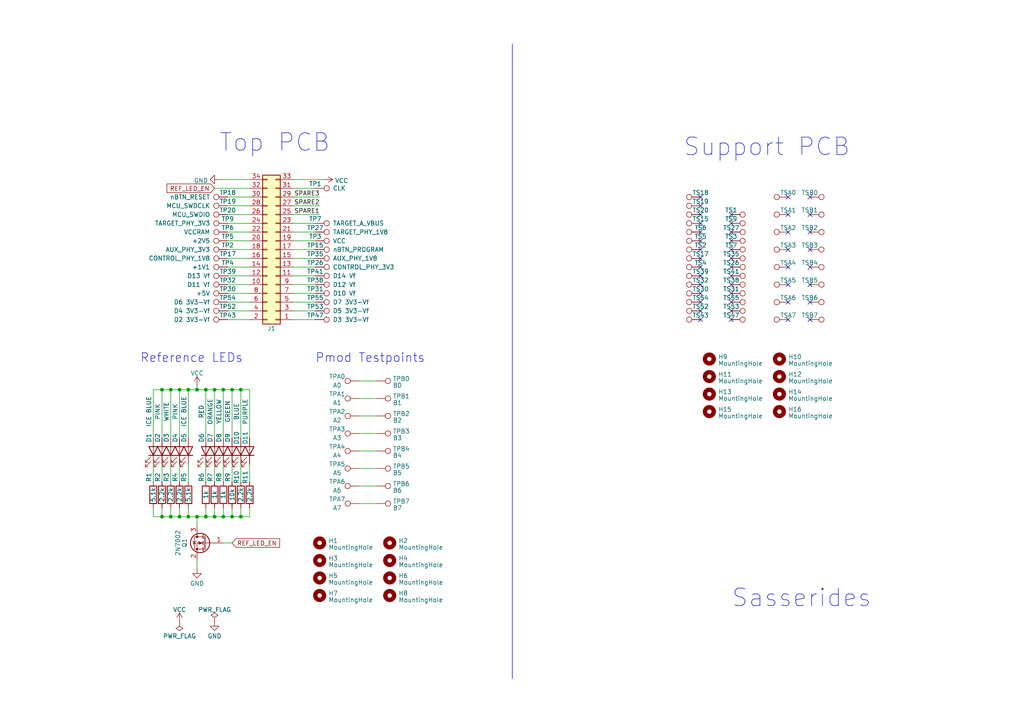
<source format=kicad_sch>
(kicad_sch (version 20230121) (generator eeschema)
  (paper "A4")
  (title_block (title "Sasserides") (date "${DATE}") (rev "${VERSION}") (company "Copyright 2023 Great Scott Gadgets") (comment 1 "Licensed under the CERN-OHL-P v2"))
  (junction (at 49.53 113.03))
  (junction (at 64.77 149.86))
  (junction (at 46.99 149.86))
  (junction (at 52.07 149.86))
  (junction (at 54.61 149.86))
  (junction (at 64.77 113.03))
  (junction (at 59.69 149.86))
  (junction (at 69.85 113.03))
  (junction (at 59.69 113.03))
  (junction (at 62.23 149.86))
  (junction (at 69.85 149.86))
  (junction (at 57.15 113.03))
  (junction (at 52.07 113.03))
  (junction (at 54.61 113.03))
  (junction (at 67.31 113.03))
  (junction (at 46.99 113.03))
  (junction (at 49.53 149.86))
  (junction (at 57.15 149.86))
  (junction (at 62.23 113.03))
  (junction (at 67.31 149.86))
  (no_connect (at 228.6 77.47))
  (no_connect (at 228.6 82.55))
  (no_connect (at 212.09 69.85))
  (no_connect (at 203.2 90.17))
  (no_connect (at 212.09 90.17))
  (no_connect (at 212.09 80.01))
  (no_connect (at 234.95 72.39))
  (no_connect (at 203.2 59.69))
  (no_connect (at 212.09 64.77))
  (no_connect (at 203.2 92.71))
  (no_connect (at 228.6 72.39))
  (no_connect (at 203.2 67.31))
  (no_connect (at 212.09 62.23))
  (no_connect (at 212.09 92.71))
  (no_connect (at 203.2 72.39))
  (no_connect (at 203.2 64.77))
  (no_connect (at 212.09 82.55))
  (no_connect (at 203.2 69.85))
  (no_connect (at 212.09 67.31))
  (no_connect (at 234.95 82.55))
  (no_connect (at 203.2 85.09))
  (no_connect (at 212.09 77.47))
  (no_connect (at 234.95 77.47))
  (no_connect (at 234.95 87.63))
  (no_connect (at 234.95 57.15))
  (no_connect (at 212.09 72.39))
  (no_connect (at 203.2 82.55))
  (no_connect (at 228.6 67.31))
  (no_connect (at 228.6 87.63))
  (no_connect (at 203.2 77.47))
  (no_connect (at 228.6 62.23))
  (no_connect (at 203.2 57.15))
  (no_connect (at 234.95 62.23))
  (no_connect (at 203.2 87.63))
  (no_connect (at 212.09 87.63))
  (no_connect (at 234.95 92.71))
  (no_connect (at 212.09 74.93))
  (no_connect (at 228.6 92.71))
  (no_connect (at 212.09 85.09))
  (no_connect (at 203.2 62.23))
  (no_connect (at 203.2 74.93))
  (no_connect (at 234.95 67.31))
  (no_connect (at 203.2 80.01))
  (no_connect (at 228.6 57.15))
  (wire (pts (xy 49.53 147.32) (xy 49.53 149.86)))
  (wire (pts (xy 46.99 149.86) (xy 49.53 149.86)))
  (wire (pts (xy 49.53 113.03) (xy 46.99 113.03)))
  (wire (pts (xy 62.23 127) (xy 62.23 113.03)))
  (wire (pts (xy 85.09 85.09) (xy 91.44 85.09)))
  (wire (pts (xy 85.09 92.71) (xy 91.44 92.71)))
  (wire (pts (xy 57.15 111.76) (xy 57.15 113.03)))
  (wire (pts (xy 66.04 59.69) (xy 72.39 59.69)))
  (wire (pts (xy 46.99 147.32) (xy 46.99 149.86)))
  (wire (pts (xy 44.45 134.62) (xy 44.45 139.7)))
  (wire (pts (xy 52.07 149.86) (xy 54.61 149.86)))
  (wire (pts (xy 52.07 139.7) (xy 52.07 134.62)))
  (wire (pts (xy 62.23 149.86) (xy 59.69 149.86)))
  (wire (pts (xy 66.04 69.85) (xy 72.39 69.85)))
  (wire (pts (xy 49.53 134.62) (xy 49.53 139.7)))
  (wire (pts (xy 66.04 67.31) (xy 72.39 67.31)))
  (wire (pts (xy 66.04 77.47) (xy 72.39 77.47)))
  (wire (pts (xy 72.39 134.62) (xy 72.39 139.7)))
  (wire (pts (xy 104.14 130.81) (xy 109.22 130.81)))
  (wire (pts (xy 85.09 77.47) (xy 91.44 77.47)))
  (wire (pts (xy 67.31 134.62) (xy 67.31 139.7)))
  (wire (pts (xy 85.09 54.61) (xy 91.44 54.61)))
  (wire (pts (xy 104.14 120.65) (xy 109.22 120.65)))
  (wire (pts (xy 85.09 80.01) (xy 91.44 80.01)))
  (wire (pts (xy 54.61 139.7) (xy 54.61 134.62)))
  (wire (pts (xy 66.04 64.77) (xy 72.39 64.77)))
  (wire (pts (xy 104.14 115.57) (xy 109.22 115.57)))
  (wire (pts (xy 85.09 74.93) (xy 91.44 74.93)))
  (wire (pts (xy 57.15 113.03) (xy 59.69 113.03)))
  (wire (pts (xy 62.23 113.03) (xy 64.77 113.03)))
  (wire (pts (xy 85.09 67.31) (xy 91.44 67.31)))
  (wire (pts (xy 85.09 90.17) (xy 91.44 90.17)))
  (wire (pts (xy 85.09 59.69) (xy 92.71 59.69)))
  (wire (pts (xy 69.85 149.86) (xy 67.31 149.86)))
  (wire (pts (xy 69.85 147.32) (xy 69.85 149.86)))
  (wire (pts (xy 72.39 149.86) (xy 69.85 149.86)))
  (wire (pts (xy 59.69 147.32) (xy 59.69 149.86)))
  (wire (pts (xy 104.14 140.97) (xy 109.22 140.97)))
  (wire (pts (xy 104.14 110.49) (xy 109.22 110.49)))
  (wire (pts (xy 54.61 113.03) (xy 57.15 113.03)))
  (wire (pts (xy 66.04 74.93) (xy 72.39 74.93)))
  (wire (pts (xy 66.04 92.71) (xy 72.39 92.71)))
  (wire (pts (xy 44.45 147.32) (xy 44.45 149.86)))
  (wire (pts (xy 85.09 69.85) (xy 91.44 69.85)))
  (wire (pts (xy 66.04 82.55) (xy 72.39 82.55)))
  (wire (pts (xy 85.09 72.39) (xy 91.44 72.39)))
  (wire (pts (xy 104.14 125.73) (xy 109.22 125.73)))
  (wire (pts (xy 85.09 82.55) (xy 91.44 82.55)))
  (wire (pts (xy 59.69 113.03) (xy 62.23 113.03)))
  (wire (pts (xy 52.07 147.32) (xy 52.07 149.86)))
  (wire (pts (xy 64.77 113.03) (xy 67.31 113.03)))
  (wire (pts (xy 85.09 62.23) (xy 92.71 62.23)))
  (wire (pts (xy 85.09 64.77) (xy 91.44 64.77)))
  (wire (pts (xy 59.69 134.62) (xy 59.69 139.7)))
  (wire (pts (xy 72.39 147.32) (xy 72.39 149.86)))
  (wire (pts (xy 54.61 113.03) (xy 52.07 113.03)))
  (wire (pts (xy 104.14 135.89) (xy 109.22 135.89)))
  (wire (pts (xy 69.85 127) (xy 69.85 113.03)))
  (wire (pts (xy 67.31 149.86) (xy 64.77 149.86)))
  (wire (pts (xy 69.85 113.03) (xy 67.31 113.03)))
  (wire (pts (xy 66.04 85.09) (xy 72.39 85.09)))
  (wire (pts (xy 72.39 113.03) (xy 72.39 127)))
  (wire (pts (xy 54.61 147.32) (xy 54.61 149.86)))
  (wire (pts (xy 69.85 134.62) (xy 69.85 139.7)))
  (wire (pts (xy 64.77 134.62) (xy 64.77 139.7)))
  (wire (pts (xy 66.04 62.23) (xy 72.39 62.23)))
  (wire (pts (xy 63.5 52.07) (xy 72.39 52.07)))
  (wire (pts (xy 57.15 149.86) (xy 57.15 152.4)))
  (wire (pts (xy 57.15 162.56) (xy 57.15 165.1)))
  (wire (pts (xy 62.23 134.62) (xy 62.23 139.7)))
  (wire (pts (xy 67.31 147.32) (xy 67.31 149.86)))
  (wire (pts (xy 72.39 113.03) (xy 69.85 113.03)))
  (wire (pts (xy 54.61 149.86) (xy 57.15 149.86)))
  (wire (pts (xy 66.04 57.15) (xy 72.39 57.15)))
  (wire (pts (xy 85.09 57.15) (xy 92.71 57.15)))
  (wire (pts (xy 66.04 80.01) (xy 72.39 80.01)))
  (wire (pts (xy 64.77 147.32) (xy 64.77 149.86)))
  (polyline (pts (xy 148.59 12.7) (xy 148.59 196.85)))
  (wire (pts (xy 85.09 87.63) (xy 91.44 87.63)))
  (wire (pts (xy 66.04 87.63) (xy 72.39 87.63)))
  (wire (pts (xy 52.07 127) (xy 52.07 113.03)))
  (wire (pts (xy 44.45 127) (xy 44.45 113.03)))
  (wire (pts (xy 66.04 90.17) (xy 72.39 90.17)))
  (wire (pts (xy 52.07 113.03) (xy 49.53 113.03)))
  (wire (pts (xy 46.99 139.7) (xy 46.99 134.62)))
  (wire (pts (xy 64.77 127) (xy 64.77 113.03)))
  (wire (pts (xy 67.31 157.48) (xy 64.77 157.48)))
  (wire (pts (xy 62.23 54.61) (xy 72.39 54.61)))
  (wire (pts (xy 46.99 113.03) (xy 44.45 113.03)))
  (wire (pts (xy 85.09 52.07) (xy 93.98 52.07)))
  (wire (pts (xy 44.45 149.86) (xy 46.99 149.86)))
  (wire (pts (xy 49.53 149.86) (xy 52.07 149.86)))
  (wire (pts (xy 104.14 146.05) (xy 109.22 146.05)))
  (wire (pts (xy 57.15 149.86) (xy 59.69 149.86)))
  (wire (pts (xy 49.53 127) (xy 49.53 113.03)))
  (wire (pts (xy 46.99 127) (xy 46.99 113.03)))
  (wire (pts (xy 59.69 127) (xy 59.69 113.03)))
  (wire (pts (xy 66.04 72.39) (xy 72.39 72.39)))
  (wire (pts (xy 54.61 127) (xy 54.61 113.03)))
  (wire (pts (xy 62.23 147.32) (xy 62.23 149.86)))
  (wire (pts (xy 67.31 127) (xy 67.31 113.03)))
  (wire (pts (xy 64.77 149.86) (xy 62.23 149.86)))
  (text "Reference LEDs" (at 40.64 105.41 0) (effects (font (size 2.54 2.54)) (justify left bottom)))
  (text "Sasserides" (at 212.09 176.53 0) (effects (font (size 5.08 5.08)) (justify left bottom)))
  (text "Top PCB" (at 63.5 44.45 0) (effects (font (size 5.08 5.08)) (justify left bottom)))
  (text "Support PCB" (at 198.12 45.72 0) (effects (font (size 5.08 5.08)) (justify left bottom)))
  (text "Pmod Testpoints" (at 91.44 105.41 0) (effects (font (size 2.54 2.54)) (justify left bottom)))
  (label "SPARE2" (at 92.71 59.69 180))
  (label "SPARE3" (at 92.71 57.15 180))
  (label "SPARE1" (at 92.71 62.23 180))
  (global_label "REF_LED_EN" (shape input) (at 67.31 157.48 0) (property "Intersheetrefs" "${INTERSHEET_REFS}" (effects hide)))
  (global_label "REF_LED_EN" (shape input) (at 62.23 54.61 180) (property "Intersheetrefs" "${INTERSHEET_REFS}" (effects hide)))
  (symbol (lib_id "Connector:TestPoint") (at 203.2 59.69 90) (unit 1)
    (property "Reference" "TS19" (at 203.2 58.42 90))
    (property "Value" "MCU_SWDCLK" (effects hide))
    (property "Footprint" "tycho:HEADER-1x1-TESTPROBE" (effects hide))
    (property "Manufacturer" "Harwin Inc." (effects hide))
    (property "Part Number" "S25-512" (effects hide))
    (property "Description" "SPRING PROBE SLEEVE" (effects hide))
  )
  (symbol (lib_id "power:PWR_FLAG") (at 62.23 180.34 0) (unit 1)
    (property "Reference" "#FLG01" (effects hide))
    (property "Value" "PWR_FLAG" (at 62.23 176.8381 0))
  )
  (symbol (lib_id "Connector:TestPoint") (at 91.44 92.71 270) (mirror x) (unit 1)
    (property "Reference" "TP47" (at 91.44 91.44 90))
    (property "Value" "D3 3V3-Vf" (at 96.52 92.71 90) (effects (justify left)))
    (property "Footprint" "tycho:HEADER-1x1-TESTPROBE" (effects hide))
    (property "Manufacturer" "Harwin Inc." (effects hide))
    (property "Part Number" "S25-512" (effects hide))
    (property "Description" "SPRING PROBE SLEEVE" (effects hide))
  )
  (symbol (lib_id "Connector:TestPoint") (at 104.14 110.49 90) (unit 1)
    (property "Reference" "TPA0" (at 97.79 109.22 90))
    (property "Value" "A0" (at 97.79 111.76 90))
    (property "Footprint" "tycho:HEADER-1x1-TESTPROBE" (effects hide))
    (property "Manufacturer" "Harwin Inc." (effects hide))
    (property "Part Number" "S25-512" (effects hide))
    (property "Description" "SPRING PROBE SLEEVE" (effects hide))
  )
  (symbol (lib_id "Device:LED") (at 64.77 130.81 270) (mirror x) (unit 1)
    (property "Reference" "D8" (at 63.5 127 0))
    (property "Value" "YELLOW" (at 63.5 119.38 0))
    (property "Footprint" "LED_SMD:LED_0603_1608Metric_Pad1.05x0.95mm_HandSolder" (effects hide))
    (property "Part Number" "E6C0603UYAC1UDA" (effects hide))
    (property "Manufacturer" "EKINGLUX" (effects hide))
    (property "Description" "LED SMD 0603 YELLOW" (effects hide))
  )
  (symbol (lib_id "Connector_Generic:Conn_02x17_Odd_Even") (at 80.01 72.39 180) (unit 1)
    (property "Reference" "J1" (at 78.74 95.25 0))
    (property "Value" "Conn_02x16_Odd_Even" (effects hide))
    (property "Footprint" "Connector_PinHeader_2.54mm:PinHeader_2x17_P2.54mm_Vertical" (effects hide))
    (property "Manufacturer" "On Shore Technology Inc." (effects hide))
    (property "Part Number" "302-S341" (effects hide))
    (property "Description" "CONN HEADER VERT 34POS 2.54MM" (effects hide))
  )
  (symbol (lib_id "Connector:TestPoint") (at 91.44 74.93 270) (mirror x) (unit 1)
    (property "Reference" "TP35" (at 91.44 73.66 90))
    (property "Value" "AUX_PHY_1V8" (at 96.52 74.93 90) (effects (justify left)))
    (property "Footprint" "tycho:HEADER-1x1-TESTPROBE" (effects hide))
    (property "Manufacturer" "Harwin Inc." (effects hide))
    (property "Part Number" "S25-512" (effects hide))
    (property "Description" "SPRING PROBE SLEEVE" (effects hide))
  )
  (symbol (lib_id "power:VCC") (at 52.07 180.34 0) (unit 1)
    (property "Reference" "#PWR06" (effects hide))
    (property "Value" "VCC" (at 52.07 176.8381 0))
  )
  (symbol (lib_id "Connector:TestPoint") (at 91.44 64.77 270) (mirror x) (unit 1)
    (property "Reference" "TP7" (at 91.44 63.5 90))
    (property "Value" "TARGET_A_VBUS" (at 96.52 64.77 90) (effects (justify left)))
    (property "Footprint" "tycho:HEADER-1x1-TESTPROBE" (effects hide))
    (property "Manufacturer" "Harwin Inc." (effects hide))
    (property "Part Number" "S25-512" (effects hide))
    (property "Description" "SPRING PROBE SLEEVE" (effects hide))
  )
  (symbol (lib_id "power:PWR_FLAG") (at 52.07 180.34 180) (unit 1)
    (property "Reference" "#FLG02" (effects hide))
    (property "Value" "PWR_FLAG" (at 52.07 184.4755 0))
  )
  (symbol (lib_id "Mechanical:MountingHole") (at 205.74 114.3 0) (unit 1)
    (property "Reference" "H13" (at 208.28 113.6563 0) (effects (justify left)))
    (property "Value" "MountingHole" (at 208.28 115.5773 0) (effects (justify left)))
    (property "Footprint" "MountingHole:MountingHole_2.2mm_M2" (effects hide))
  )
  (symbol (lib_id "Connector:TestPoint") (at 91.44 54.61 270) (mirror x) (unit 1)
    (property "Reference" "TP1" (at 91.44 53.34 90))
    (property "Value" "CLK" (at 96.52 54.61 90) (effects (justify left)))
    (property "Footprint" "tycho:HEADER-1x1-TESTPROBE" (effects hide))
    (property "Manufacturer" "Harwin Inc." (effects hide))
    (property "Part Number" "S25-512" (effects hide))
    (property "Description" "SPRING PROBE SLEEVE" (effects hide))
  )
  (symbol (lib_id "Device:LED") (at 52.07 130.81 270) (mirror x) (unit 1)
    (property "Reference" "D4" (at 50.8 127 0))
    (property "Value" "PINK" (at 50.8 119.38 0))
    (property "Footprint" "LED_SMD:LED_0603_1608Metric_Pad1.05x0.95mm_HandSolder" (effects hide))
    (property "Part Number" "OSK40603C1E" (effects hide))
    (property "Manufacturer" "OptoSupply" (effects hide))
    (property "Description" "LED SMD 0603 PINK" (effects hide))
  )
  (symbol (lib_id "Connector:TestPoint") (at 66.04 57.15 90) (unit 1)
    (property "Reference" "TP18" (at 66.04 55.88 90))
    (property "Value" "nBTN_RESET" (at 60.96 57.15 90) (effects (justify left)))
    (property "Footprint" "tycho:HEADER-1x1-TESTPROBE" (effects hide))
    (property "Manufacturer" "Harwin Inc." (effects hide))
    (property "Part Number" "S25-512" (effects hide))
    (property "Description" "SPRING PROBE SLEEVE" (effects hide))
  )
  (symbol (lib_id "Connector:TestPoint") (at 66.04 59.69 90) (unit 1)
    (property "Reference" "TP19" (at 66.04 58.42 90))
    (property "Value" "MCU_SWDCLK" (at 60.96 59.69 90) (effects (justify left)))
    (property "Footprint" "tycho:HEADER-1x1-TESTPROBE" (effects hide))
    (property "Manufacturer" "Harwin Inc." (effects hide))
    (property "Part Number" "S25-512" (effects hide))
    (property "Description" "SPRING PROBE SLEEVE" (effects hide))
  )
  (symbol (lib_id "Connector:TestPoint") (at 212.09 67.31 270) (mirror x) (unit 1)
    (property "Reference" "TS27" (at 212.09 66.04 90))
    (property "Value" "TARGET_PHY_1V8" (effects hide))
    (property "Footprint" "tycho:HEADER-1x1-TESTPROBE" (effects hide))
    (property "Manufacturer" "Harwin Inc." (effects hide))
    (property "Part Number" "S25-512" (effects hide))
    (property "Description" "SPRING PROBE SLEEVE" (effects hide))
  )
  (symbol (lib_id "Connector:TestPoint") (at 109.22 110.49 270) (unit 1)
    (property "Reference" "TPB0" (at 113.919 109.8463 90) (effects (justify left)))
    (property "Value" "B0" (at 113.919 111.7673 90) (effects (justify left)))
    (property "Footprint" "tycho:HEADER-1x1-TESTPROBE" (effects hide))
    (property "Manufacturer" "Harwin Inc." (effects hide))
    (property "Part Number" "S25-512" (effects hide))
    (property "Description" "SPRING PROBE SLEEVE" (effects hide))
  )
  (symbol (lib_id "Connector:TestPoint") (at 66.04 82.55 90) (unit 1)
    (property "Reference" "TP32" (at 66.04 81.28 90))
    (property "Value" "D11 Vf" (at 60.96 82.55 90) (effects (justify left)))
    (property "Footprint" "tycho:HEADER-1x1-TESTPROBE" (effects hide))
    (property "Manufacturer" "Harwin Inc." (effects hide))
    (property "Part Number" "S25-512" (effects hide))
    (property "Description" "SPRING PROBE SLEEVE" (effects hide))
  )
  (symbol (lib_id "Device:LED") (at 69.85 130.81 270) (mirror x) (unit 1)
    (property "Reference" "D10" (at 68.58 127 0))
    (property "Value" "BLUE" (at 68.58 119.38 0))
    (property "Footprint" "LED_SMD:LED_0603_1608Metric_Pad1.05x0.95mm_HandSolder" (effects hide))
    (property "Part Number" "ORH-B36G" (effects hide))
    (property "Manufacturer" "Orient" (effects hide))
    (property "Description" "LED SMD 0603 BLUE" (effects hide))
  )
  (symbol (lib_id "Mechanical:MountingHole") (at 205.74 109.22 0) (unit 1)
    (property "Reference" "H11" (at 208.28 108.5763 0) (effects (justify left)))
    (property "Value" "MountingHole" (at 208.28 110.4973 0) (effects (justify left)))
    (property "Footprint" "MountingHole:MountingHole_3.2mm_M3" (effects hide))
  )
  (symbol (lib_id "Mechanical:MountingHole") (at 113.03 157.48 0) (unit 1)
    (property "Reference" "H2" (at 115.57 156.8363 0) (effects (justify left)))
    (property "Value" "MountingHole" (at 115.57 158.7573 0) (effects (justify left)))
    (property "Footprint" "MountingHole:MountingHole_3.2mm_M3" (effects hide))
  )
  (symbol (lib_id "Connector:TestPoint") (at 104.14 125.73 90) (unit 1)
    (property "Reference" "TPA3" (at 97.79 124.46 90))
    (property "Value" "A3" (at 97.79 127 90))
    (property "Footprint" "tycho:HEADER-1x1-TESTPROBE" (effects hide))
    (property "Manufacturer" "Harwin Inc." (effects hide))
    (property "Part Number" "S25-512" (effects hide))
    (property "Description" "SPRING PROBE SLEEVE" (effects hide))
  )
  (symbol (lib_id "Device:R") (at 52.07 143.51 0) (mirror x) (unit 1)
    (property "Reference" "R4" (at 50.8 138.43 90))
    (property "Value" "2.2k" (at 52.07 143.51 90))
    (property "Footprint" "Resistor_SMD:R_0402_1005Metric" (effects hide))
    (property "Part Number" "RC0402JR-072K2L" (effects hide))
    (property "Substitution" "any equivalent" (effects hide))
    (property "Description" "RES 2.2K OHM 5% 1/16W 0402" (effects hide))
    (property "Manufacturer" "Yageo" (effects hide))
  )
  (symbol (lib_id "Device:R") (at 59.69 143.51 0) (unit 1)
    (property "Reference" "R6" (at 58.42 138.43 90))
    (property "Value" "1k" (at 59.69 143.51 90))
    (property "Footprint" "Resistor_SMD:R_0402_1005Metric" (effects hide))
    (property "Part Number" "RC0402JR-071KL" (effects hide))
    (property "Substitution" "any equivalent" (effects hide))
    (property "Description" "RES 1K OHM 5% 1/16W 0402" (effects hide))
    (property "Manufacturer" "Yageo" (effects hide))
  )
  (symbol (lib_id "Connector:TestPoint") (at 109.22 120.65 270) (unit 1)
    (property "Reference" "TPB2" (at 113.919 120.0063 90) (effects (justify left)))
    (property "Value" "B2" (at 113.919 121.9273 90) (effects (justify left)))
    (property "Footprint" "tycho:HEADER-1x1-TESTPROBE" (effects hide))
    (property "Manufacturer" "Harwin Inc." (effects hide))
    (property "Part Number" "S25-512" (effects hide))
    (property "Description" "SPRING PROBE SLEEVE" (effects hide))
  )
  (symbol (lib_id "Connector:TestPoint") (at 203.2 72.39 90) (unit 1)
    (property "Reference" "TS2" (at 203.2 71.12 90))
    (property "Value" "AUX_PHY_3V3" (effects hide))
    (property "Footprint" "tycho:HEADER-1x1-TESTPROBE" (effects hide))
    (property "Manufacturer" "Harwin Inc." (effects hide))
    (property "Part Number" "S25-512" (effects hide))
    (property "Description" "SPRING PROBE SLEEVE" (effects hide))
  )
  (symbol (lib_id "power:GND") (at 63.5 52.07 270) (unit 1)
    (property "Reference" "#PWR01" (effects hide))
    (property "Value" "GND" (at 60.3251 52.3868 90) (effects (justify right)))
  )
  (symbol (lib_id "Mechanical:MountingHole") (at 226.06 114.3 0) (unit 1)
    (property "Reference" "H14" (at 228.6 113.6563 0) (effects (justify left)))
    (property "Value" "MountingHole" (at 228.6 115.5773 0) (effects (justify left)))
    (property "Footprint" "MountingHole:MountingHole_2.2mm_M2" (effects hide))
  )
  (symbol (lib_id "Connector:TestPoint") (at 203.2 82.55 90) (unit 1)
    (property "Reference" "TS32" (at 203.2 81.28 90))
    (property "Value" "D11 Vf" (effects hide))
    (property "Footprint" "tycho:HEADER-1x1-TESTPROBE" (effects hide))
    (property "Manufacturer" "Harwin Inc." (effects hide))
    (property "Part Number" "S25-512" (effects hide))
    (property "Description" "SPRING PROBE SLEEVE" (effects hide))
  )
  (symbol (lib_id "Connector:TestPoint") (at 66.04 92.71 90) (unit 1)
    (property "Reference" "TP43" (at 66.04 91.44 90))
    (property "Value" "D2 3V3-Vf" (at 60.96 92.71 90) (effects (justify left)))
    (property "Footprint" "tycho:HEADER-1x1-TESTPROBE" (effects hide))
    (property "Manufacturer" "Harwin Inc." (effects hide))
    (property "Part Number" "S25-512" (effects hide))
    (property "Description" "SPRING PROBE SLEEVE" (effects hide))
  )
  (symbol (lib_id "Connector:TestPoint") (at 91.44 67.31 270) (mirror x) (unit 1)
    (property "Reference" "TP27" (at 91.44 66.04 90))
    (property "Value" "TARGET_PHY_1V8" (at 96.52 67.31 90) (effects (justify left)))
    (property "Footprint" "tycho:HEADER-1x1-TESTPROBE" (effects hide))
    (property "Manufacturer" "Harwin Inc." (effects hide))
    (property "Part Number" "S25-512" (effects hide))
    (property "Description" "SPRING PROBE SLEEVE" (effects hide))
  )
  (symbol (lib_id "Connector:TestPoint") (at 228.6 72.39 90) (unit 1)
    (property "Reference" "TSA3" (at 228.6 71.12 90))
    (property "Value" "A3" (effects hide))
    (property "Footprint" "tycho:HEADER-1x1-TESTPROBE" (effects hide))
    (property "Manufacturer" "Harwin Inc." (effects hide))
    (property "Part Number" "S25-512" (effects hide))
    (property "Description" "SPRING PROBE SLEEVE" (effects hide))
  )
  (symbol (lib_id "Connector:TestPoint") (at 91.44 69.85 270) (mirror x) (unit 1)
    (property "Reference" "TP3" (at 91.44 68.58 90))
    (property "Value" "VCC" (at 96.52 69.85 90) (effects (justify left)))
    (property "Footprint" "tycho:HEADER-1x1-TESTPROBE" (effects hide))
    (property "Manufacturer" "Harwin Inc." (effects hide))
    (property "Part Number" "S25-512" (effects hide))
    (property "Description" "SPRING PROBE SLEEVE" (effects hide))
  )
  (symbol (lib_id "Connector:TestPoint") (at 203.2 62.23 90) (unit 1)
    (property "Reference" "TS20" (at 203.2 60.96 90))
    (property "Value" "nBTN_RESET" (effects hide))
    (property "Footprint" "tycho:HEADER-1x1-TESTPROBE" (effects hide))
    (property "Manufacturer" "Harwin Inc." (effects hide))
    (property "Part Number" "S25-512" (effects hide))
    (property "Description" "SPRING PROBE SLEEVE" (effects hide))
  )
  (symbol (lib_id "Connector:TestPoint") (at 203.2 69.85 90) (unit 1)
    (property "Reference" "TS5" (at 203.2 68.58 90))
    (property "Value" "+2V5" (effects hide))
    (property "Footprint" "tycho:HEADER-1x1-TESTPROBE" (effects hide))
    (property "Manufacturer" "Harwin Inc." (effects hide))
    (property "Part Number" "S25-512" (effects hide))
    (property "Description" "SPRING PROBE SLEEVE" (effects hide))
  )
  (symbol (lib_id "Connector:TestPoint") (at 228.6 82.55 90) (unit 1)
    (property "Reference" "TSA5" (at 228.6 81.28 90))
    (property "Value" "A5" (effects hide))
    (property "Footprint" "tycho:HEADER-1x1-TESTPROBE" (effects hide))
    (property "Manufacturer" "Harwin Inc." (effects hide))
    (property "Part Number" "S25-512" (effects hide))
    (property "Description" "SPRING PROBE SLEEVE" (effects hide))
  )
  (symbol (lib_id "Device:R") (at 44.45 143.51 180) (unit 1)
    (property "Reference" "R1" (at 43.18 138.43 90))
    (property "Value" "5.1k" (at 44.45 143.51 90))
    (property "Footprint" "Resistor_SMD:R_0402_1005Metric" (effects hide))
    (property "Part Number" "RC0402JR-075K1L" (effects hide))
    (property "Substitution" "any equivalent" (effects hide))
    (property "Description" "RES 5.1K OHM 5% 1/16W 0402" (effects hide))
    (property "Manufacturer" "Yageo" (effects hide))
  )
  (symbol (lib_id "Connector:TestPoint") (at 104.14 115.57 90) (unit 1)
    (property "Reference" "TPA1" (at 97.79 114.3 90))
    (property "Value" "A1" (at 97.79 116.84 90))
    (property "Footprint" "tycho:HEADER-1x1-TESTPROBE" (effects hide))
    (property "Manufacturer" "Harwin Inc." (effects hide))
    (property "Part Number" "S25-512" (effects hide))
    (property "Description" "SPRING PROBE SLEEVE" (effects hide))
  )
  (symbol (lib_id "Connector:TestPoint") (at 234.95 92.71 270) (unit 1)
    (property "Reference" "TSB7" (at 232.41 91.44 90) (effects (justify left)))
    (property "Value" "B7" (effects hide))
    (property "Footprint" "tycho:HEADER-1x1-TESTPROBE" (effects hide))
    (property "Manufacturer" "Harwin Inc." (effects hide))
    (property "Part Number" "S25-512" (effects hide))
    (property "Description" "SPRING PROBE SLEEVE" (effects hide))
  )
  (symbol (lib_id "Connector:TestPoint") (at 203.2 92.71 90) (unit 1)
    (property "Reference" "TS43" (at 203.2 91.44 90))
    (property "Value" "D2 3V3-Vf" (effects hide))
    (property "Footprint" "tycho:HEADER-1x1-TESTPROBE" (effects hide))
    (property "Manufacturer" "Harwin Inc." (effects hide))
    (property "Part Number" "S25-512" (effects hide))
    (property "Description" "SPRING PROBE SLEEVE" (effects hide))
  )
  (symbol (lib_id "Connector:TestPoint") (at 66.04 62.23 90) (unit 1)
    (property "Reference" "TP20" (at 66.04 60.96 90))
    (property "Value" "MCU_SWDIO" (at 60.96 62.23 90) (effects (justify left)))
    (property "Footprint" "tycho:HEADER-1x1-TESTPROBE" (effects hide))
    (property "Manufacturer" "Harwin Inc." (effects hide))
    (property "Part Number" "S25-512" (effects hide))
    (property "Description" "SPRING PROBE SLEEVE" (effects hide))
  )
  (symbol (lib_id "Connector:TestPoint") (at 228.6 62.23 90) (unit 1)
    (property "Reference" "TSA1" (at 228.6 60.96 90))
    (property "Value" "A1" (effects hide))
    (property "Footprint" "tycho:HEADER-1x1-TESTPROBE" (effects hide))
    (property "Manufacturer" "Harwin Inc." (effects hide))
    (property "Part Number" "S25-512" (effects hide))
    (property "Description" "SPRING PROBE SLEEVE" (effects hide))
  )
  (symbol (lib_id "Connector:TestPoint") (at 212.09 64.77 270) (mirror x) (unit 1)
    (property "Reference" "TS9" (at 212.09 63.5 90))
    (property "Value" "TARGET_PHY_3V3" (effects hide))
    (property "Footprint" "tycho:HEADER-1x1-TESTPROBE" (effects hide))
    (property "Manufacturer" "Harwin Inc." (effects hide))
    (property "Part Number" "S25-512" (effects hide))
    (property "Description" "SPRING PROBE SLEEVE" (effects hide))
  )
  (symbol (lib_id "Device:R") (at 54.61 143.51 180) (unit 1)
    (property "Reference" "R5" (at 53.34 138.43 90))
    (property "Value" "5.1k" (at 54.61 143.51 90))
    (property "Footprint" "Resistor_SMD:R_0402_1005Metric" (effects hide))
    (property "Part Number" "RC0402JR-075K1L" (effects hide))
    (property "Substitution" "any equivalent" (effects hide))
    (property "Description" "RES 5.1K OHM 5% 1/16W 0402" (effects hide))
    (property "Manufacturer" "Yageo" (effects hide))
  )
  (symbol (lib_id "Connector:TestPoint") (at 212.09 90.17 270) (mirror x) (unit 1)
    (property "Reference" "TS53" (at 212.09 88.9 90))
    (property "Value" "D5 3V3-Vf" (effects hide))
    (property "Footprint" "tycho:HEADER-1x1-TESTPROBE" (effects hide))
    (property "Manufacturer" "Harwin Inc." (effects hide))
    (property "Part Number" "S25-512" (effects hide))
    (property "Description" "SPRING PROBE SLEEVE" (effects hide))
  )
  (symbol (lib_id "Connector:TestPoint") (at 203.2 74.93 90) (unit 1)
    (property "Reference" "TS17" (at 203.2 73.66 90))
    (property "Value" "CONTROL_PHY_1V8" (effects hide))
    (property "Footprint" "tycho:HEADER-1x1-TESTPROBE" (effects hide))
    (property "Manufacturer" "Harwin Inc." (effects hide))
    (property "Part Number" "S25-512" (effects hide))
    (property "Description" "SPRING PROBE SLEEVE" (effects hide))
  )
  (symbol (lib_id "Connector:TestPoint") (at 212.09 82.55 270) (mirror x) (unit 1)
    (property "Reference" "TS38" (at 212.09 81.28 90))
    (property "Value" "D12 Vf" (effects hide))
    (property "Footprint" "tycho:HEADER-1x1-TESTPROBE" (effects hide))
    (property "Manufacturer" "Harwin Inc." (effects hide))
    (property "Part Number" "S25-512" (effects hide))
    (property "Description" "SPRING PROBE SLEEVE" (effects hide))
  )
  (symbol (lib_id "Mechanical:MountingHole") (at 226.06 119.38 0) (unit 1)
    (property "Reference" "H16" (at 228.6 118.7363 0) (effects (justify left)))
    (property "Value" "MountingHole" (at 228.6 120.6573 0) (effects (justify left)))
    (property "Footprint" "MountingHole:MountingHole_2.2mm_M2" (effects hide))
  )
  (symbol (lib_id "Connector:TestPoint") (at 104.14 135.89 90) (unit 1)
    (property "Reference" "TPA5" (at 97.79 134.62 90))
    (property "Value" "A5" (at 97.79 137.16 90))
    (property "Footprint" "tycho:HEADER-1x1-TESTPROBE" (effects hide))
    (property "Manufacturer" "Harwin Inc." (effects hide))
    (property "Part Number" "S25-512" (effects hide))
    (property "Description" "SPRING PROBE SLEEVE" (effects hide))
  )
  (symbol (lib_id "Device:R") (at 64.77 143.51 0) (unit 1)
    (property "Reference" "R8" (at 63.5 138.43 90))
    (property "Value" "1k" (at 64.77 143.51 90))
    (property "Footprint" "Resistor_SMD:R_0402_1005Metric" (effects hide))
    (property "Part Number" "RC0402JR-071KL" (effects hide))
    (property "Substitution" "any equivalent" (effects hide))
    (property "Description" "RES 1K OHM 5% 1/16W 0402" (effects hide))
    (property "Manufacturer" "Yageo" (effects hide))
  )
  (symbol (lib_id "power:GND") (at 62.23 180.34 0) (unit 1)
    (property "Reference" "#PWR05" (effects hide))
    (property "Value" "GND" (at 62.23 184.4755 0))
  )
  (symbol (lib_id "Connector:TestPoint") (at 66.04 85.09 90) (unit 1)
    (property "Reference" "TP30" (at 66.04 83.82 90))
    (property "Value" "+5V" (at 60.96 85.09 90) (effects (justify left)))
    (property "Footprint" "tycho:HEADER-1x1-TESTPROBE" (effects hide))
    (property "Manufacturer" "Harwin Inc." (effects hide))
    (property "Part Number" "S25-512" (effects hide))
    (property "Description" "SPRING PROBE SLEEVE" (effects hide))
  )
  (symbol (lib_id "Connector:TestPoint") (at 66.04 77.47 90) (unit 1)
    (property "Reference" "TP4" (at 66.04 76.2 90))
    (property "Value" "+1V1" (at 60.96 77.47 90) (effects (justify left)))
    (property "Footprint" "tycho:HEADER-1x1-TESTPROBE" (effects hide))
    (property "Manufacturer" "Harwin Inc." (effects hide))
    (property "Part Number" "S25-512" (effects hide))
    (property "Description" "SPRING PROBE SLEEVE" (effects hide))
  )
  (symbol (lib_id "Connector:TestPoint") (at 234.95 67.31 270) (unit 1)
    (property "Reference" "TSB2" (at 232.41 66.04 90) (effects (justify left)))
    (property "Value" "B2" (effects hide))
    (property "Footprint" "tycho:HEADER-1x1-TESTPROBE" (effects hide))
    (property "Manufacturer" "Harwin Inc." (effects hide))
    (property "Part Number" "S25-512" (effects hide))
    (property "Description" "SPRING PROBE SLEEVE" (effects hide))
  )
  (symbol (lib_id "Connector:TestPoint") (at 104.14 120.65 90) (unit 1)
    (property "Reference" "TPA2" (at 97.79 119.38 90))
    (property "Value" "A2" (at 97.79 121.92 90))
    (property "Footprint" "tycho:HEADER-1x1-TESTPROBE" (effects hide))
    (property "Manufacturer" "Harwin Inc." (effects hide))
    (property "Part Number" "S25-512" (effects hide))
    (property "Description" "SPRING PROBE SLEEVE" (effects hide))
  )
  (symbol (lib_id "Connector:TestPoint") (at 212.09 87.63 270) (mirror x) (unit 1)
    (property "Reference" "TS55" (at 212.09 86.36 90))
    (property "Value" "D7 3V3-Vf" (effects hide))
    (property "Footprint" "tycho:HEADER-1x1-TESTPROBE" (effects hide))
    (property "Manufacturer" "Harwin Inc." (effects hide))
    (property "Part Number" "S25-512" (effects hide))
    (property "Description" "SPRING PROBE SLEEVE" (effects hide))
  )
  (symbol (lib_id "Connector:TestPoint") (at 91.44 90.17 270) (mirror x) (unit 1)
    (property "Reference" "TP53" (at 91.44 88.9 90))
    (property "Value" "D5 3V3-Vf" (at 96.52 90.17 90) (effects (justify left)))
    (property "Footprint" "tycho:HEADER-1x1-TESTPROBE" (effects hide))
    (property "Manufacturer" "Harwin Inc." (effects hide))
    (property "Part Number" "S25-512" (effects hide))
    (property "Description" "SPRING PROBE SLEEVE" (effects hide))
  )
  (symbol (lib_id "Mechanical:MountingHole") (at 205.74 119.38 0) (unit 1)
    (property "Reference" "H15" (at 208.28 118.7363 0) (effects (justify left)))
    (property "Value" "MountingHole" (at 208.28 120.6573 0) (effects (justify left)))
    (property "Footprint" "MountingHole:MountingHole_2.2mm_M2" (effects hide))
  )
  (symbol (lib_id "Mechanical:MountingHole") (at 92.71 167.64 0) (unit 1)
    (property "Reference" "H5" (at 95.25 166.9963 0) (effects (justify left)))
    (property "Value" "MountingHole" (at 95.25 168.9173 0) (effects (justify left)))
    (property "Footprint" "MountingHole:MountingHole_2.2mm_M2" (effects hide))
  )
  (symbol (lib_id "Connector:TestPoint") (at 91.44 80.01 270) (mirror x) (unit 1)
    (property "Reference" "TP41" (at 91.44 78.74 90))
    (property "Value" "D14 Vf" (at 96.52 80.01 90) (effects (justify left)))
    (property "Footprint" "tycho:HEADER-1x1-TESTPROBE" (effects hide))
    (property "Manufacturer" "Harwin Inc." (effects hide))
    (property "Part Number" "S25-512" (effects hide))
    (property "Description" "SPRING PROBE SLEEVE" (effects hide))
  )
  (symbol (lib_id "Connector:TestPoint") (at 109.22 135.89 270) (unit 1)
    (property "Reference" "TPB5" (at 113.919 135.2463 90) (effects (justify left)))
    (property "Value" "B5" (at 113.919 137.1673 90) (effects (justify left)))
    (property "Footprint" "tycho:HEADER-1x1-TESTPROBE" (effects hide))
    (property "Manufacturer" "Harwin Inc." (effects hide))
    (property "Part Number" "S25-512" (effects hide))
    (property "Description" "SPRING PROBE SLEEVE" (effects hide))
  )
  (symbol (lib_id "Connector:TestPoint") (at 66.04 80.01 90) (unit 1)
    (property "Reference" "TP39" (at 66.04 78.74 90))
    (property "Value" "D13 Vf" (at 60.96 80.01 90) (effects (justify left)))
    (property "Footprint" "tycho:HEADER-1x1-TESTPROBE" (effects hide))
    (property "Manufacturer" "Harwin Inc." (effects hide))
    (property "Part Number" "S25-512" (effects hide))
    (property "Description" "SPRING PROBE SLEEVE" (effects hide))
  )
  (symbol (lib_id "Connector:TestPoint") (at 66.04 64.77 90) (mirror x) (unit 1)
    (property "Reference" "TP9" (at 66.04 63.5 90))
    (property "Value" "TARGET_PHY_3V3" (at 60.96 64.77 90) (effects (justify left)))
    (property "Footprint" "tycho:HEADER-1x1-TESTPROBE" (effects hide))
    (property "Manufacturer" "Harwin Inc." (effects hide))
    (property "Part Number" "S25-512" (effects hide))
    (property "Description" "SPRING PROBE SLEEVE" (effects hide))
  )
  (symbol (lib_id "power:VCC") (at 57.15 111.76 0) (unit 1)
    (property "Reference" "#PWR03" (effects hide))
    (property "Value" "VCC" (at 57.15 108.2581 0))
  )
  (symbol (lib_id "Connector:TestPoint") (at 234.95 57.15 270) (unit 1)
    (property "Reference" "TSB0" (at 232.41 55.88 90) (effects (justify left)))
    (property "Value" "B0" (effects hide))
    (property "Footprint" "tycho:HEADER-1x1-TESTPROBE" (effects hide))
    (property "Manufacturer" "Harwin Inc." (effects hide))
    (property "Part Number" "S25-512" (effects hide))
    (property "Description" "SPRING PROBE SLEEVE" (effects hide))
  )
  (symbol (lib_id "Connector:TestPoint") (at 104.14 140.97 90) (unit 1)
    (property "Reference" "TPA6" (at 97.79 139.7 90))
    (property "Value" "A6" (at 97.79 142.24 90))
    (property "Footprint" "tycho:HEADER-1x1-TESTPROBE" (effects hide))
    (property "Manufacturer" "Harwin Inc." (effects hide))
    (property "Part Number" "S25-512" (effects hide))
    (property "Description" "SPRING PROBE SLEEVE" (effects hide))
  )
  (symbol (lib_id "Device:R") (at 69.85 143.51 0) (unit 1)
    (property "Reference" "R10" (at 68.58 138.43 90))
    (property "Value" "2.2k" (at 69.85 143.51 90))
    (property "Footprint" "Resistor_SMD:R_0402_1005Metric" (effects hide))
    (property "Part Number" "RC0402JR-072K2L" (effects hide))
    (property "Substitution" "any equivalent" (effects hide))
    (property "Description" "RES 2.2K OHM 5% 1/16W 0402" (effects hide))
    (property "Manufacturer" "Yageo" (effects hide))
  )
  (symbol (lib_id "Connector:TestPoint") (at 228.6 57.15 90) (unit 1)
    (property "Reference" "TSA0" (at 228.6 55.88 90))
    (property "Value" "A0" (effects hide))
    (property "Footprint" "tycho:HEADER-1x1-TESTPROBE" (effects hide))
    (property "Manufacturer" "Harwin Inc." (effects hide))
    (property "Part Number" "S25-512" (effects hide))
    (property "Description" "SPRING PROBE SLEEVE" (effects hide))
  )
  (symbol (lib_id "Mechanical:MountingHole") (at 113.03 167.64 0) (unit 1)
    (property "Reference" "H6" (at 115.57 166.9963 0) (effects (justify left)))
    (property "Value" "MountingHole" (at 115.57 168.9173 0) (effects (justify left)))
    (property "Footprint" "MountingHole:MountingHole_2.2mm_M2" (effects hide))
  )
  (symbol (lib_id "power:GND") (at 57.15 165.1 0) (unit 1)
    (property "Reference" "#PWR04" (effects hide))
    (property "Value" "GND" (at 57.15 169.2355 0))
  )
  (symbol (lib_id "Device:R") (at 62.23 143.51 0) (unit 1)
    (property "Reference" "R7" (at 60.96 138.43 90))
    (property "Value" "1k" (at 62.23 143.51 90))
    (property "Footprint" "Resistor_SMD:R_0402_1005Metric" (effects hide))
    (property "Part Number" "RC0402JR-071KL" (effects hide))
    (property "Substitution" "any equivalent" (effects hide))
    (property "Description" "RES 1K OHM 5% 1/16W 0402" (effects hide))
    (property "Manufacturer" "Yageo" (effects hide))
  )
  (symbol (lib_id "Connector:TestPoint") (at 109.22 115.57 270) (unit 1)
    (property "Reference" "TPB1" (at 113.919 114.9263 90) (effects (justify left)))
    (property "Value" "B1" (at 113.919 116.8473 90) (effects (justify left)))
    (property "Footprint" "tycho:HEADER-1x1-TESTPROBE" (effects hide))
    (property "Manufacturer" "Harwin Inc." (effects hide))
    (property "Part Number" "S25-512" (effects hide))
    (property "Description" "SPRING PROBE SLEEVE" (effects hide))
  )
  (symbol (lib_id "Device:LED") (at 54.61 130.81 270) (mirror x) (unit 1)
    (property "Reference" "D5" (at 53.34 127 0))
    (property "Value" "ICE BLUE" (at 53.34 119.38 0))
    (property "Footprint" "LED_SMD:LED_0603_1608Metric_Pad1.05x0.95mm_HandSolder" (effects hide))
    (property "Part Number" "MHT192WDT-ICE" (effects hide))
    (property "Manufacturer" "MEIHUA" (effects hide))
    (property "Description" "LED SMD 0603 ICE BLUE" (effects hide))
  )
  (symbol (lib_id "Connector:TestPoint") (at 212.09 62.23 270) (mirror x) (unit 1)
    (property "Reference" "TS1" (at 212.09 60.96 90))
    (property "Value" "CLK" (effects hide))
    (property "Footprint" "tycho:HEADER-1x1-TESTPROBE" (effects hide))
    (property "Manufacturer" "Harwin Inc." (effects hide))
    (property "Part Number" "S25-512" (effects hide))
    (property "Description" "SPRING PROBE SLEEVE" (effects hide))
  )
  (symbol (lib_id "Mechanical:MountingHole") (at 205.74 104.14 0) (unit 1)
    (property "Reference" "H9" (at 208.28 103.4963 0) (effects (justify left)))
    (property "Value" "MountingHole" (at 208.28 105.4173 0) (effects (justify left)))
    (property "Footprint" "MountingHole:MountingHole_3.2mm_M3" (effects hide))
  )
  (symbol (lib_id "Connector:TestPoint") (at 234.95 87.63 270) (unit 1)
    (property "Reference" "TSB6" (at 232.41 86.36 90) (effects (justify left)))
    (property "Value" "B6" (effects hide))
    (property "Footprint" "tycho:HEADER-1x1-TESTPROBE" (effects hide))
    (property "Manufacturer" "Harwin Inc." (effects hide))
    (property "Part Number" "S25-512" (effects hide))
    (property "Description" "SPRING PROBE SLEEVE" (effects hide))
  )
  (symbol (lib_id "Device:R") (at 72.39 143.51 0) (unit 1)
    (property "Reference" "R11" (at 71.12 138.43 90))
    (property "Value" "2.2k" (at 72.39 143.51 90))
    (property "Footprint" "Resistor_SMD:R_0402_1005Metric" (effects hide))
    (property "Part Number" "RC0402JR-072K2L" (effects hide))
    (property "Substitution" "any equivalent" (effects hide))
    (property "Description" "RES 2.2K OHM 5% 1/16W 0402" (effects hide))
    (property "Manufacturer" "Yageo" (effects hide))
  )
  (symbol (lib_id "Connector:TestPoint") (at 234.95 77.47 270) (unit 1)
    (property "Reference" "TSB4" (at 232.41 76.2 90) (effects (justify left)))
    (property "Value" "B4" (effects hide))
    (property "Footprint" "tycho:HEADER-1x1-TESTPROBE" (effects hide))
    (property "Manufacturer" "Harwin Inc." (effects hide))
    (property "Part Number" "S25-512" (effects hide))
    (property "Description" "SPRING PROBE SLEEVE" (effects hide))
  )
  (symbol (lib_id "Connector:TestPoint") (at 109.22 140.97 270) (unit 1)
    (property "Reference" "TPB6" (at 113.919 140.3263 90) (effects (justify left)))
    (property "Value" "B6" (at 113.919 142.2473 90) (effects (justify left)))
    (property "Footprint" "tycho:HEADER-1x1-TESTPROBE" (effects hide))
    (property "Manufacturer" "Harwin Inc." (effects hide))
    (property "Part Number" "S25-512" (effects hide))
    (property "Description" "SPRING PROBE SLEEVE" (effects hide))
  )
  (symbol (lib_id "Connector:TestPoint") (at 203.2 64.77 90) (unit 1)
    (property "Reference" "TS15" (at 203.2 63.5 90))
    (property "Value" "nBTN_PROGRAM" (effects hide))
    (property "Footprint" "tycho:HEADER-1x1-TESTPROBE" (effects hide))
    (property "Manufacturer" "Harwin Inc." (effects hide))
    (property "Part Number" "S25-512" (effects hide))
    (property "Description" "SPRING PROBE SLEEVE" (effects hide))
  )
  (symbol (lib_id "Connector:TestPoint") (at 203.2 85.09 90) (unit 1)
    (property "Reference" "TS30" (at 203.2 83.82 90))
    (property "Value" "+5V" (effects hide))
    (property "Footprint" "tycho:HEADER-1x1-TESTPROBE" (effects hide))
    (property "Manufacturer" "Harwin Inc." (effects hide))
    (property "Part Number" "S25-512" (effects hide))
    (property "Description" "SPRING PROBE SLEEVE" (effects hide))
  )
  (symbol (lib_id "Device:LED") (at 49.53 130.81 270) (mirror x) (unit 1)
    (property "Reference" "D3" (at 48.26 127 0))
    (property "Value" "WHITE" (at 48.26 119.38 0))
    (property "Footprint" "LED_SMD:LED_0603_1608Metric_Pad1.05x0.95mm_HandSolder" (effects hide))
    (property "Part Number" "ORH-W46G" (effects hide))
    (property "Manufacturer" "Orient" (effects hide))
    (property "Description" "LED SMD 0603 WHITE" (effects hide))
  )
  (symbol (lib_id "Connector:TestPoint") (at 66.04 87.63 90) (unit 1)
    (property "Reference" "TP54" (at 66.04 86.36 90))
    (property "Value" "D6 3V3-Vf" (at 60.96 87.63 90) (effects (justify left)))
    (property "Footprint" "tycho:HEADER-1x1-TESTPROBE" (effects hide))
    (property "Manufacturer" "Harwin Inc." (effects hide))
    (property "Part Number" "S25-512" (effects hide))
    (property "Description" "SPRING PROBE SLEEVE" (effects hide))
  )
  (symbol (lib_id "Connector:TestPoint") (at 234.95 82.55 270) (unit 1)
    (property "Reference" "TSB5" (at 232.41 81.28 90) (effects (justify left)))
    (property "Value" "B5" (effects hide))
    (property "Footprint" "tycho:HEADER-1x1-TESTPROBE" (effects hide))
    (property "Manufacturer" "Harwin Inc." (effects hide))
    (property "Part Number" "S25-512" (effects hide))
    (property "Description" "SPRING PROBE SLEEVE" (effects hide))
  )
  (symbol (lib_id "Connector:TestPoint") (at 234.95 72.39 270) (unit 1)
    (property "Reference" "TSB3" (at 232.41 71.12 90) (effects (justify left)))
    (property "Value" "B3" (effects hide))
    (property "Footprint" "tycho:HEADER-1x1-TESTPROBE" (effects hide))
    (property "Manufacturer" "Harwin Inc." (effects hide))
    (property "Part Number" "S25-512" (effects hide))
    (property "Description" "SPRING PROBE SLEEVE" (effects hide))
  )
  (symbol (lib_id "Connector:TestPoint") (at 234.95 62.23 270) (unit 1)
    (property "Reference" "TSB1" (at 232.41 60.96 90) (effects (justify left)))
    (property "Value" "B1" (effects hide))
    (property "Footprint" "tycho:HEADER-1x1-TESTPROBE" (effects hide))
    (property "Manufacturer" "Harwin Inc." (effects hide))
    (property "Part Number" "S25-512" (effects hide))
    (property "Description" "SPRING PROBE SLEEVE" (effects hide))
  )
  (symbol (lib_id "Device:LED") (at 46.99 130.81 270) (mirror x) (unit 1)
    (property "Reference" "D2" (at 45.72 127 0))
    (property "Value" "PINK" (at 45.72 119.38 0))
    (property "Footprint" "LED_SMD:LED_0603_1608Metric_Pad1.05x0.95mm_HandSolder" (effects hide))
    (property "Part Number" "OSK40603C1E" (effects hide))
    (property "Manufacturer" "OptoSupply" (effects hide))
    (property "Description" "LED SMD 0603 PINK" (effects hide))
  )
  (symbol (lib_id "Device:R") (at 67.31 143.51 0) (mirror y) (unit 1)
    (property "Reference" "R9" (at 66.04 138.43 90))
    (property "Value" "10k" (at 67.31 143.51 90))
    (property "Footprint" "Resistor_SMD:R_0402_1005Metric" (effects hide))
    (property "Part Number" "RC0402JR-0710KL" (effects hide))
    (property "Substitution" "any equivalent" (effects hide))
    (property "Description" "RES 10K OHM 5% 1/16W 0402" (effects hide))
    (property "Manufacturer" "Yageo" (effects hide))
  )
  (symbol (lib_id "Connector:TestPoint") (at 104.14 130.81 90) (unit 1)
    (property "Reference" "TPA4" (at 97.79 129.54 90))
    (property "Value" "A4" (at 97.79 132.08 90))
    (property "Footprint" "tycho:HEADER-1x1-TESTPROBE" (effects hide))
    (property "Manufacturer" "Harwin Inc." (effects hide))
    (property "Part Number" "S25-512" (effects hide))
    (property "Description" "SPRING PROBE SLEEVE" (effects hide))
  )
  (symbol (lib_id "Connector:TestPoint") (at 228.6 92.71 90) (unit 1)
    (property "Reference" "TSA7" (at 228.6 91.44 90))
    (property "Value" "A7" (effects hide))
    (property "Footprint" "tycho:HEADER-1x1-TESTPROBE" (effects hide))
    (property "Manufacturer" "Harwin Inc." (effects hide))
    (property "Part Number" "S25-512" (effects hide))
    (property "Description" "SPRING PROBE SLEEVE" (effects hide))
  )
  (symbol (lib_id "Connector:TestPoint") (at 212.09 69.85 270) (mirror x) (unit 1)
    (property "Reference" "TS3" (at 212.09 68.58 90))
    (property "Value" "VCC" (effects hide))
    (property "Footprint" "tycho:HEADER-1x1-TESTPROBE" (effects hide))
    (property "Manufacturer" "Harwin Inc." (effects hide))
    (property "Part Number" "S25-512" (effects hide))
    (property "Description" "SPRING PROBE SLEEVE" (effects hide))
  )
  (symbol (lib_id "Connector:TestPoint") (at 109.22 130.81 270) (unit 1)
    (property "Reference" "TPB4" (at 113.919 130.1663 90) (effects (justify left)))
    (property "Value" "B4" (at 113.919 132.0873 90) (effects (justify left)))
    (property "Footprint" "tycho:HEADER-1x1-TESTPROBE" (effects hide))
    (property "Manufacturer" "Harwin Inc." (effects hide))
    (property "Part Number" "S25-512" (effects hide))
    (property "Description" "SPRING PROBE SLEEVE" (effects hide))
  )
  (symbol (lib_id "Connector:TestPoint") (at 91.44 72.39 270) (unit 1)
    (property "Reference" "TP15" (at 91.44 71.12 90))
    (property "Value" "nBTN_PROGRAM" (at 96.52 72.39 90) (effects (justify left)))
    (property "Footprint" "tycho:HEADER-1x1-TESTPROBE" (effects hide))
    (property "Manufacturer" "Harwin Inc." (effects hide))
    (property "Part Number" "S25-512" (effects hide))
    (property "Description" "SPRING PROBE SLEEVE" (effects hide))
  )
  (symbol (lib_id "Connector:TestPoint") (at 228.6 77.47 90) (unit 1)
    (property "Reference" "TSA4" (at 228.6 76.2 90))
    (property "Value" "A4" (effects hide))
    (property "Footprint" "tycho:HEADER-1x1-TESTPROBE" (effects hide))
    (property "Manufacturer" "Harwin Inc." (effects hide))
    (property "Part Number" "S25-512" (effects hide))
    (property "Description" "SPRING PROBE SLEEVE" (effects hide))
  )
  (symbol (lib_id "Connector:TestPoint") (at 203.2 67.31 90) (unit 1)
    (property "Reference" "TS6" (at 203.2 66.04 90))
    (property "Value" "VCCRAM" (effects hide))
    (property "Footprint" "tycho:HEADER-1x1-TESTPROBE" (effects hide))
    (property "Manufacturer" "Harwin Inc." (effects hide))
    (property "Part Number" "S25-512" (effects hide))
    (property "Description" "SPRING PROBE SLEEVE" (effects hide))
  )
  (symbol (lib_id "Connector:TestPoint") (at 91.44 82.55 270) (mirror x) (unit 1)
    (property "Reference" "TP38" (at 91.44 81.28 90))
    (property "Value" "D12 Vf" (at 96.52 82.55 90) (effects (justify left)))
    (property "Footprint" "tycho:HEADER-1x1-TESTPROBE" (effects hide))
    (property "Manufacturer" "Harwin Inc." (effects hide))
    (property "Part Number" "S25-512" (effects hide))
    (property "Description" "SPRING PROBE SLEEVE" (effects hide))
  )
  (symbol (lib_id "Connector:TestPoint") (at 203.2 77.47 90) (unit 1)
    (property "Reference" "TS4" (at 203.2 76.2 90))
    (property "Value" "+1V1" (effects hide))
    (property "Footprint" "tycho:HEADER-1x1-TESTPROBE" (effects hide))
    (property "Manufacturer" "Harwin Inc." (effects hide))
    (property "Part Number" "S25-512" (effects hide))
    (property "Description" "SPRING PROBE SLEEVE" (effects hide))
  )
  (symbol (lib_id "Connector:TestPoint") (at 66.04 90.17 90) (unit 1)
    (property "Reference" "TP52" (at 66.04 88.9 90))
    (property "Value" "D4 3V3-Vf" (at 60.96 90.17 90) (effects (justify left)))
    (property "Footprint" "tycho:HEADER-1x1-TESTPROBE" (effects hide))
    (property "Manufacturer" "Harwin Inc." (effects hide))
    (property "Part Number" "S25-512" (effects hide))
    (property "Description" "SPRING PROBE SLEEVE" (effects hide))
  )
  (symbol (lib_id "Device:R") (at 46.99 143.51 0) (mirror x) (unit 1)
    (property "Reference" "R2" (at 45.72 138.43 90))
    (property "Value" "2.2k" (at 46.99 143.51 90))
    (property "Footprint" "Resistor_SMD:R_0402_1005Metric" (effects hide))
    (property "Part Number" "RC0402JR-072K2L" (effects hide))
    (property "Substitution" "any equivalent" (effects hide))
    (property "Description" "RES 2.2K OHM 5% 1/16W 0402" (effects hide))
    (property "Manufacturer" "Yageo" (effects hide))
  )
  (symbol (lib_id "Device:LED") (at 44.45 130.81 270) (mirror x) (unit 1)
    (property "Reference" "D1" (at 43.18 127 0))
    (property "Value" "ICE BLUE" (at 43.18 119.38 0))
    (property "Footprint" "LED_SMD:LED_0603_1608Metric_Pad1.05x0.95mm_HandSolder" (effects hide))
    (property "Part Number" "MHT192WDT-ICE" (effects hide))
    (property "Manufacturer" "MEIHUA" (effects hide))
    (property "Description" "LED SMD 0603 ICE BLUE" (effects hide))
  )
  (symbol (lib_id "Connector:TestPoint") (at 212.09 74.93 270) (mirror x) (unit 1)
    (property "Reference" "TS35" (at 212.09 73.66 90))
    (property "Value" "AUX_PHY_1V8" (effects hide))
    (property "Footprint" "tycho:HEADER-1x1-TESTPROBE" (effects hide))
    (property "Manufacturer" "Harwin Inc." (effects hide))
    (property "Part Number" "S25-512" (effects hide))
    (property "Description" "SPRING PROBE SLEEVE" (effects hide))
  )
  (symbol (lib_id "Connector:TestPoint") (at 203.2 57.15 90) (unit 1)
    (property "Reference" "TS18" (at 203.2 55.88 90))
    (property "Value" "MCU_SWDIO" (effects hide))
    (property "Footprint" "tycho:HEADER-1x1-TESTPROBE" (effects hide))
    (property "Manufacturer" "Harwin Inc." (effects hide))
    (property "Part Number" "S25-512" (effects hide))
    (property "Description" "SPRING PROBE SLEEVE" (effects hide))
  )
  (symbol (lib_id "Transistor_FET:2N7002") (at 59.69 157.48 0) (mirror y) (unit 1)
    (property "Reference" "Q1" (at 53.5225 157.48 90))
    (property "Value" "2N7002" (at 51.6015 157.48 90))
    (property "Footprint" "Package_TO_SOT_SMD:SOT-23" (effects hide))
    (property "Datasheet" "https://www.onsemi.com/pub/Collateral/NDS7002A-D.PDF" (effects hide))
    (property "Manufacturer" "NTE Electronics, Inc" (effects hide))
    (property "Part Number" "2N7002" (effects hide))
    (property "Description" "MOSFET N-CHANNEL 60V 115MA SOT23" (effects hide))
  )
  (symbol (lib_id "Mechanical:MountingHole") (at 226.06 104.14 0) (unit 1)
    (property "Reference" "H10" (at 228.6 103.4963 0) (effects (justify left)))
    (property "Value" "MountingHole" (at 228.6 105.4173 0) (effects (justify left)))
    (property "Footprint" "MountingHole:MountingHole_3.2mm_M3" (effects hide))
  )
  (symbol (lib_id "Connector:TestPoint") (at 228.6 87.63 90) (unit 1)
    (property "Reference" "TSA6" (at 228.6 86.36 90))
    (property "Value" "A6" (effects hide))
    (property "Footprint" "tycho:HEADER-1x1-TESTPROBE" (effects hide))
    (property "Manufacturer" "Harwin Inc." (effects hide))
    (property "Part Number" "S25-512" (effects hide))
    (property "Description" "SPRING PROBE SLEEVE" (effects hide))
  )
  (symbol (lib_id "Connector:TestPoint") (at 212.09 77.47 270) (mirror x) (unit 1)
    (property "Reference" "TS26" (at 212.09 76.2 90))
    (property "Value" "CONTROL_PHY_3V3" (effects hide))
    (property "Footprint" "tycho:HEADER-1x1-TESTPROBE" (effects hide))
    (property "Manufacturer" "Harwin Inc." (effects hide))
    (property "Part Number" "S25-512" (effects hide))
    (property "Description" "SPRING PROBE SLEEVE" (effects hide))
  )
  (symbol (lib_id "Connector:TestPoint") (at 91.44 85.09 270) (mirror x) (unit 1)
    (property "Reference" "TP31" (at 91.44 83.82 90))
    (property "Value" "D10 Vf" (at 96.52 85.09 90) (effects (justify left)))
    (property "Footprint" "tycho:HEADER-1x1-TESTPROBE" (effects hide))
    (property "Manufacturer" "Harwin Inc." (effects hide))
    (property "Part Number" "S25-512" (effects hide))
    (property "Description" "SPRING PROBE SLEEVE" (effects hide))
  )
  (symbol (lib_id "Mechanical:MountingHole") (at 113.03 162.56 0) (unit 1)
    (property "Reference" "H4" (at 115.57 161.9163 0) (effects (justify left)))
    (property "Value" "MountingHole" (at 115.57 163.8373 0) (effects (justify left)))
    (property "Footprint" "MountingHole:MountingHole_3.2mm_M3" (effects hide))
  )
  (symbol (lib_id "Connector:TestPoint") (at 203.2 87.63 90) (unit 1)
    (property "Reference" "TS54" (at 203.2 86.36 90))
    (property "Value" "D6 3V3-Vf" (effects hide))
    (property "Footprint" "tycho:HEADER-1x1-TESTPROBE" (effects hide))
    (property "Manufacturer" "Harwin Inc." (effects hide))
    (property "Part Number" "S25-512" (effects hide))
    (property "Description" "SPRING PROBE SLEEVE" (effects hide))
  )
  (symbol (lib_id "Device:LED") (at 67.31 130.81 270) (mirror x) (unit 1)
    (property "Reference" "D9" (at 66.04 127 0))
    (property "Value" "GREEN" (at 66.04 119.38 0))
    (property "Footprint" "LED_SMD:LED_0603_1608Metric_Pad1.05x0.95mm_HandSolder" (effects hide))
    (property "Part Number" "ORH-G36G" (effects hide))
    (property "Manufacturer" "Orient" (effects hide))
    (property "Description" "LED SMD 0603 GREEN" (effects hide))
  )
  (symbol (lib_id "Connector:TestPoint") (at 91.44 87.63 270) (mirror x) (unit 1)
    (property "Reference" "TP55" (at 91.44 86.36 90))
    (property "Value" "D7 3V3-Vf" (at 96.52 87.63 90) (effects (justify left)))
    (property "Footprint" "tycho:HEADER-1x1-TESTPROBE" (effects hide))
    (property "Manufacturer" "Harwin Inc." (effects hide))
    (property "Part Number" "S25-512" (effects hide))
    (property "Description" "SPRING PROBE SLEEVE" (effects hide))
  )
  (symbol (lib_id "Connector:TestPoint") (at 104.14 146.05 90) (unit 1)
    (property "Reference" "TPA7" (at 97.79 144.78 90))
    (property "Value" "A7" (at 97.79 147.32 90))
    (property "Footprint" "tycho:HEADER-1x1-TESTPROBE" (effects hide))
    (property "Manufacturer" "Harwin Inc." (effects hide))
    (property "Part Number" "S25-512" (effects hide))
    (property "Description" "SPRING PROBE SLEEVE" (effects hide))
  )
  (symbol (lib_id "Device:LED") (at 62.23 130.81 270) (mirror x) (unit 1)
    (property "Reference" "D7" (at 60.96 127 0))
    (property "Value" "ORANGE" (at 60.96 119.38 0))
    (property "Footprint" "LED_SMD:LED_0603_1608Metric_Pad1.05x0.95mm_HandSolder" (effects hide))
    (property "Part Number" "E6C0603SEAC1UDA" (effects hide))
    (property "Manufacturer" "EKINGLUX" (effects hide))
    (property "Description" "LED SMD 0603 ORANGE" (effects hide))
  )
  (symbol (lib_id "Connector:TestPoint") (at 66.04 67.31 90) (unit 1)
    (property "Reference" "TP6" (at 66.04 66.04 90))
    (property "Value" "VCCRAM" (at 60.96 67.31 90) (effects (justify left)))
    (property "Footprint" "tycho:HEADER-1x1-TESTPROBE" (effects hide))
    (property "Manufacturer" "Harwin Inc." (effects hide))
    (property "Part Number" "S25-512" (effects hide))
    (property "Description" "SPRING PROBE SLEEVE" (effects hide))
  )
  (symbol (lib_id "Connector:TestPoint") (at 212.09 85.09 270) (mirror x) (unit 1)
    (property "Reference" "TS31" (at 212.09 83.82 90))
    (property "Value" "D10 Vf" (effects hide))
    (property "Footprint" "tycho:HEADER-1x1-TESTPROBE" (effects hide))
    (property "Manufacturer" "Harwin Inc." (effects hide))
    (property "Part Number" "S25-512" (effects hide))
    (property "Description" "SPRING PROBE SLEEVE" (effects hide))
  )
  (symbol (lib_id "Connector:TestPoint") (at 91.44 77.47 270) (mirror x) (unit 1)
    (property "Reference" "TP26" (at 91.44 76.2 90))
    (property "Value" "CONTROL_PHY_3V3" (at 96.52 77.47 90) (effects (justify left)))
    (property "Footprint" "tycho:HEADER-1x1-TESTPROBE" (effects hide))
    (property "Manufacturer" "Harwin Inc." (effects hide))
    (property "Part Number" "S25-512" (effects hide))
    (property "Description" "SPRING PROBE SLEEVE" (effects hide))
  )
  (symbol (lib_id "Connector:TestPoint") (at 203.2 80.01 90) (unit 1)
    (property "Reference" "TS39" (at 203.2 78.74 90))
    (property "Value" "D13 Vf" (effects hide))
    (property "Footprint" "tycho:HEADER-1x1-TESTPROBE" (effects hide))
    (property "Manufacturer" "Harwin Inc." (effects hide))
    (property "Part Number" "S25-512" (effects hide))
    (property "Description" "SPRING PROBE SLEEVE" (effects hide))
  )
  (symbol (lib_id "Connector:TestPoint") (at 66.04 72.39 90) (unit 1)
    (property "Reference" "TP2" (at 66.04 71.12 90))
    (property "Value" "AUX_PHY_3V3" (at 60.96 72.39 90) (effects (justify left)))
    (property "Footprint" "tycho:HEADER-1x1-TESTPROBE" (effects hide))
    (property "Manufacturer" "Harwin Inc." (effects hide))
    (property "Part Number" "S25-512" (effects hide))
    (property "Description" "SPRING PROBE SLEEVE" (effects hide))
  )
  (symbol (lib_id "power:VCC") (at 93.98 52.07 270) (unit 1)
    (property "Reference" "#PWR02" (effects hide))
    (property "Value" "VCC" (at 97.155 52.3868 90) (effects (justify left)))
  )
  (symbol (lib_id "Connector:TestPoint") (at 66.04 69.85 90) (unit 1)
    (property "Reference" "TP5" (at 66.04 68.58 90))
    (property "Value" "+2V5" (at 60.96 69.85 90) (effects (justify left)))
    (property "Footprint" "tycho:HEADER-1x1-TESTPROBE" (effects hide))
    (property "Manufacturer" "Harwin Inc." (effects hide))
    (property "Part Number" "S25-512" (effects hide))
    (property "Description" "SPRING PROBE SLEEVE" (effects hide))
  )
  (symbol (lib_id "Device:R") (at 49.53 143.51 0) (mirror x) (unit 1)
    (property "Reference" "R3" (at 48.26 138.43 90))
    (property "Value" "2.2k" (at 49.53 143.51 90))
    (property "Footprint" "Resistor_SMD:R_0402_1005Metric" (effects hide))
    (property "Part Number" "RC0402JR-072K2L" (effects hide))
    (property "Substitution" "any equivalent" (effects hide))
    (property "Description" "RES 2.2K OHM 5% 1/16W 0402" (effects hide))
    (property "Manufacturer" "Yageo" (effects hide))
  )
  (symbol (lib_id "Connector:TestPoint") (at 109.22 125.73 270) (unit 1)
    (property "Reference" "TPB3" (at 113.919 125.0863 90) (effects (justify left)))
    (property "Value" "B3" (at 113.919 127.0073 90) (effects (justify left)))
    (property "Footprint" "tycho:HEADER-1x1-TESTPROBE" (effects hide))
    (property "Manufacturer" "Harwin Inc." (effects hide))
    (property "Part Number" "S25-512" (effects hide))
    (property "Description" "SPRING PROBE SLEEVE" (effects hide))
  )
  (symbol (lib_id "Mechanical:MountingHole") (at 92.71 162.56 0) (unit 1)
    (property "Reference" "H3" (at 95.25 161.9163 0) (effects (justify left)))
    (property "Value" "MountingHole" (at 95.25 163.8373 0) (effects (justify left)))
    (property "Footprint" "MountingHole:MountingHole_3.2mm_M3" (effects hide))
  )
  (symbol (lib_id "Connector:TestPoint") (at 66.04 74.93 90) (unit 1)
    (property "Reference" "TP17" (at 66.04 73.66 90))
    (property "Value" "CONTROL_PHY_1V8" (at 60.96 74.93 90) (effects (justify left)))
    (property "Footprint" "tycho:HEADER-1x1-TESTPROBE" (effects hide))
    (property "Manufacturer" "Harwin Inc." (effects hide))
    (property "Part Number" "S25-512" (effects hide))
    (property "Description" "SPRING PROBE SLEEVE" (effects hide))
  )
  (symbol (lib_id "Device:LED") (at 59.69 130.81 270) (mirror x) (unit 1)
    (property "Reference" "D6" (at 58.42 127 0))
    (property "Value" "RED" (at 58.42 119.38 0))
    (property "Footprint" "LED_SMD:LED_0603_1608Metric_Pad1.05x0.95mm_HandSolder" (effects hide))
    (property "Part Number" "OSR50603C1E" (effects hide))
    (property "Manufacturer" "OptoSupply" (effects hide))
    (property "Description" "LED SMD 0603 RED" (effects hide))
  )
  (symbol (lib_id "Mechanical:MountingHole") (at 92.71 172.72 0) (unit 1)
    (property "Reference" "H7" (at 95.25 172.0763 0) (effects (justify left)))
    (property "Value" "MountingHole" (at 95.25 173.9973 0) (effects (justify left)))
    (property "Footprint" "MountingHole:MountingHole_2.2mm_M2" (effects hide))
  )
  (symbol (lib_id "Connector:TestPoint") (at 212.09 80.01 270) (mirror x) (unit 1)
    (property "Reference" "TS41" (at 212.09 78.74 90))
    (property "Value" "D14 Vf" (effects hide))
    (property "Footprint" "tycho:HEADER-1x1-TESTPROBE" (effects hide))
    (property "Manufacturer" "Harwin Inc." (effects hide))
    (property "Part Number" "S25-512" (effects hide))
    (property "Description" "SPRING PROBE SLEEVE" (effects hide))
  )
  (symbol (lib_id "Connector:TestPoint") (at 212.09 92.71 270) (mirror x) (unit 1)
    (property "Reference" "TS47" (at 212.09 91.44 90))
    (property "Value" "D3 3V3-Vf" (effects hide))
    (property "Footprint" "tycho:HEADER-1x1-TESTPROBE" (effects hide))
    (property "Manufacturer" "Harwin Inc." (effects hide))
    (property "Part Number" "S25-512" (effects hide))
    (property "Description" "SPRING PROBE SLEEVE" (effects hide))
  )
  (symbol (lib_id "Mechanical:MountingHole") (at 226.06 109.22 0) (unit 1)
    (property "Reference" "H12" (at 228.6 108.5763 0) (effects (justify left)))
    (property "Value" "MountingHole" (at 228.6 110.4973 0) (effects (justify left)))
    (property "Footprint" "MountingHole:MountingHole_3.2mm_M3" (effects hide))
  )
  (symbol (lib_id "Mechanical:MountingHole") (at 113.03 172.72 0) (unit 1)
    (property "Reference" "H8" (at 115.57 172.0763 0) (effects (justify left)))
    (property "Value" "MountingHole" (at 115.57 173.9973 0) (effects (justify left)))
    (property "Footprint" "MountingHole:MountingHole_2.2mm_M2" (effects hide))
  )
  (symbol (lib_id "Mechanical:MountingHole") (at 92.71 157.48 0) (unit 1)
    (property "Reference" "H1" (at 95.25 156.8363 0) (effects (justify left)))
    (property "Value" "MountingHole" (at 95.25 158.7573 0) (effects (justify left)))
    (property "Footprint" "MountingHole:MountingHole_3.2mm_M3" (effects hide))
  )
  (symbol (lib_id "Connector:TestPoint") (at 228.6 67.31 90) (unit 1)
    (property "Reference" "TSA2" (at 228.6 66.04 90))
    (property "Value" "A2" (effects hide))
    (property "Footprint" "tycho:HEADER-1x1-TESTPROBE" (effects hide))
    (property "Manufacturer" "Harwin Inc." (effects hide))
    (property "Part Number" "S25-512" (effects hide))
    (property "Description" "SPRING PROBE SLEEVE" (effects hide))
  )
  (symbol (lib_id "Connector:TestPoint") (at 203.2 90.17 90) (unit 1)
    (property "Reference" "TS52" (at 203.2 88.9 90))
    (property "Value" "D4 3V3-Vf" (effects hide))
    (property "Footprint" "tycho:HEADER-1x1-TESTPROBE" (effects hide))
    (property "Manufacturer" "Harwin Inc." (effects hide))
    (property "Part Number" "S25-512" (effects hide))
    (property "Description" "SPRING PROBE SLEEVE" (effects hide))
  )
  (symbol (lib_id "Connector:TestPoint") (at 109.22 146.05 270) (unit 1)
    (property "Reference" "TPB7" (at 113.919 145.4063 90) (effects (justify left)))
    (property "Value" "B7" (at 113.919 147.3273 90) (effects (justify left)))
    (property "Footprint" "tycho:HEADER-1x1-TESTPROBE" (effects hide))
    (property "Manufacturer" "Harwin Inc." (effects hide))
    (property "Part Number" "S25-512" (effects hide))
    (property "Description" "SPRING PROBE SLEEVE" (effects hide))
  )
  (symbol (lib_id "Connector:TestPoint") (at 212.09 72.39 270) (mirror x) (unit 1)
    (property "Reference" "TS7" (at 212.09 71.12 90))
    (property "Value" "TARGET_A_VBUS" (effects hide))
    (property "Footprint" "tycho:HEADER-1x1-TESTPROBE" (effects hide))
    (property "Manufacturer" "Harwin Inc." (effects hide))
    (property "Part Number" "S25-512" (effects hide))
    (property "Description" "SPRING PROBE SLEEVE" (effects hide))
  )
  (symbol (lib_id "Device:LED") (at 72.39 130.81 270) (mirror x) (unit 1)
    (property "Reference" "D11" (at 71.12 127 0))
    (property "Value" "PURPLE" (at 71.12 119.38 0))
    (property "Footprint" "LED_SMD:LED_0603_1608Metric_Pad1.05x0.95mm_HandSolder" (effects hide))
    (property "Part Number" "OSVX0603C1E" (effects hide))
    (property "Manufacturer" "OptoSupply" (effects hide))
    (property "Description" "LED SMD 0603 VIOLET" (effects hide))
  )
)
</source>
